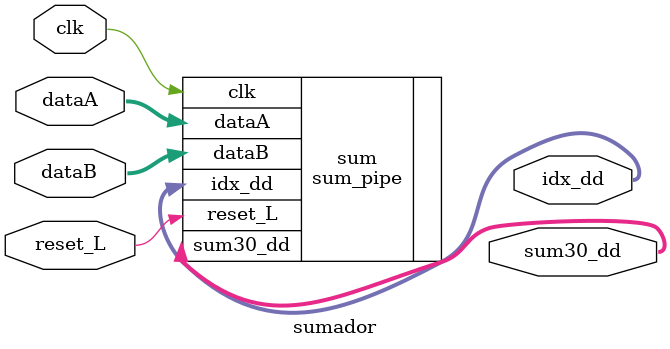
<source format=v>
`include "sum_pipe.v"

module sumador(
    input clk,reset_L,
    input [3:0] dataA, dataB,
    output [3:0] sum30_dd, idx_dd
);

    sum_pipe sum(.reset_L(reset_L), .clk(clk), .dataA(dataA), .dataB(dataB), .sum30_dd(sum30_dd), .idx_dd(idx_dd));
    

endmodule

</source>
